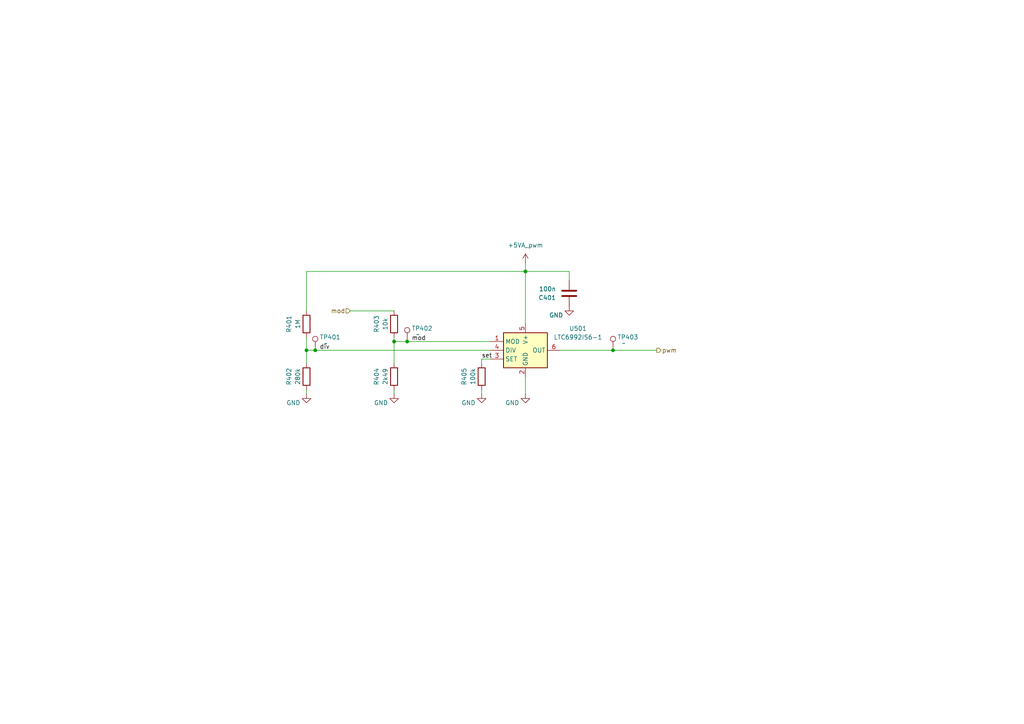
<source format=kicad_sch>
(kicad_sch
	(version 20231120)
	(generator "eeschema")
	(generator_version "8.0")
	(uuid "7504d11a-43f1-4fca-b782-83f6c19b7e31")
	(paper "A4")
	(title_block
		(title "Power Supply Sink")
		(date "2025-02-21")
		(rev "1.1.1")
		(company "Open Battery Tester")
		(comment 1 "Pulse Width Modulation")
	)
	(lib_symbols
		(symbol "enclosure:+5VA_pwm"
			(power)
			(pin_numbers hide)
			(pin_names
				(offset 0) hide)
			(exclude_from_sim no)
			(in_bom yes)
			(on_board yes)
			(property "Reference" "#PWR"
				(at 0 -3.81 0)
				(effects
					(font
						(size 1.27 1.27)
					)
					(hide yes)
				)
			)
			(property "Value" "+5VA_pwm"
				(at 0 3.556 0)
				(effects
					(font
						(size 1.27 1.27)
					)
				)
			)
			(property "Footprint" ""
				(at 0 0 0)
				(effects
					(font
						(size 1.27 1.27)
					)
					(hide yes)
				)
			)
			(property "Datasheet" ""
				(at 0 0 0)
				(effects
					(font
						(size 1.27 1.27)
					)
					(hide yes)
				)
			)
			(property "Description" "Power symbol creates a global label with name \"+5VA\""
				(at 0 0 0)
				(effects
					(font
						(size 1.27 1.27)
					)
					(hide yes)
				)
			)
			(property "ki_keywords" "global power"
				(at 0 0 0)
				(effects
					(font
						(size 1.27 1.27)
					)
					(hide yes)
				)
			)
			(symbol "+5VA_pwm_0_1"
				(polyline
					(pts
						(xy -0.762 1.27) (xy 0 2.54)
					)
					(stroke
						(width 0)
						(type default)
					)
					(fill
						(type none)
					)
				)
				(polyline
					(pts
						(xy 0 0) (xy 0 2.54)
					)
					(stroke
						(width 0)
						(type default)
					)
					(fill
						(type none)
					)
				)
				(polyline
					(pts
						(xy 0 2.54) (xy 0.762 1.27)
					)
					(stroke
						(width 0)
						(type default)
					)
					(fill
						(type none)
					)
				)
			)
			(symbol "+5VA_pwm_1_1"
				(pin power_in line
					(at 0 0 90)
					(length 0)
					(name "~"
						(effects
							(font
								(size 1.27 1.27)
							)
						)
					)
					(number "1"
						(effects
							(font
								(size 1.27 1.27)
							)
						)
					)
				)
			)
		)
		(symbol "enclosure:C"
			(pin_numbers hide)
			(pin_names
				(offset 0.254)
			)
			(exclude_from_sim no)
			(in_bom yes)
			(on_board yes)
			(property "Reference" "C"
				(at 0.635 2.54 0)
				(effects
					(font
						(size 1.27 1.27)
					)
					(justify left)
				)
			)
			(property "Value" "C"
				(at 0.635 -2.54 0)
				(effects
					(font
						(size 1.27 1.27)
					)
					(justify left)
				)
			)
			(property "Footprint" ""
				(at 0.9652 -3.81 0)
				(effects
					(font
						(size 1.27 1.27)
					)
					(hide yes)
				)
			)
			(property "Datasheet" "~"
				(at 0 0 0)
				(effects
					(font
						(size 1.27 1.27)
					)
					(hide yes)
				)
			)
			(property "Description" "Unpolarized capacitor"
				(at 0 0 0)
				(effects
					(font
						(size 1.27 1.27)
					)
					(hide yes)
				)
			)
			(property "ki_keywords" "cap capacitor"
				(at 0 0 0)
				(effects
					(font
						(size 1.27 1.27)
					)
					(hide yes)
				)
			)
			(property "ki_fp_filters" "C_*"
				(at 0 0 0)
				(effects
					(font
						(size 1.27 1.27)
					)
					(hide yes)
				)
			)
			(symbol "C_0_1"
				(polyline
					(pts
						(xy -2.032 -0.762) (xy 2.032 -0.762)
					)
					(stroke
						(width 0.508)
						(type default)
					)
					(fill
						(type none)
					)
				)
				(polyline
					(pts
						(xy -2.032 0.762) (xy 2.032 0.762)
					)
					(stroke
						(width 0.508)
						(type default)
					)
					(fill
						(type none)
					)
				)
			)
			(symbol "C_1_1"
				(pin passive line
					(at 0 3.81 270)
					(length 2.794)
					(name "~"
						(effects
							(font
								(size 1.27 1.27)
							)
						)
					)
					(number "1"
						(effects
							(font
								(size 1.27 1.27)
							)
						)
					)
				)
				(pin passive line
					(at 0 -3.81 90)
					(length 2.794)
					(name "~"
						(effects
							(font
								(size 1.27 1.27)
							)
						)
					)
					(number "2"
						(effects
							(font
								(size 1.27 1.27)
							)
						)
					)
				)
			)
		)
		(symbol "enclosure:GND"
			(power)
			(pin_numbers hide)
			(pin_names
				(offset 0) hide)
			(exclude_from_sim no)
			(in_bom yes)
			(on_board yes)
			(property "Reference" "#PWR"
				(at 0 -6.35 0)
				(effects
					(font
						(size 1.27 1.27)
					)
					(hide yes)
				)
			)
			(property "Value" "GND"
				(at 0 -3.81 0)
				(effects
					(font
						(size 1.27 1.27)
					)
				)
			)
			(property "Footprint" ""
				(at 0 0 0)
				(effects
					(font
						(size 1.27 1.27)
					)
					(hide yes)
				)
			)
			(property "Datasheet" ""
				(at 0 0 0)
				(effects
					(font
						(size 1.27 1.27)
					)
					(hide yes)
				)
			)
			(property "Description" "Power symbol creates a global label with name \"GND\" , ground"
				(at 0 0 0)
				(effects
					(font
						(size 1.27 1.27)
					)
					(hide yes)
				)
			)
			(property "ki_keywords" "global power"
				(at 0 0 0)
				(effects
					(font
						(size 1.27 1.27)
					)
					(hide yes)
				)
			)
			(symbol "GND_0_1"
				(polyline
					(pts
						(xy 0 0) (xy 0 -1.27) (xy 1.27 -1.27) (xy 0 -2.54) (xy -1.27 -1.27) (xy 0 -1.27)
					)
					(stroke
						(width 0)
						(type default)
					)
					(fill
						(type none)
					)
				)
			)
			(symbol "GND_1_1"
				(pin power_in line
					(at 0 0 270)
					(length 0)
					(name "~"
						(effects
							(font
								(size 1.27 1.27)
							)
						)
					)
					(number "1"
						(effects
							(font
								(size 1.27 1.27)
							)
						)
					)
				)
			)
		)
		(symbol "enclosure:LTC6992IS6-1"
			(exclude_from_sim no)
			(in_bom yes)
			(on_board yes)
			(property "Reference" "U"
				(at -5.08 6.35 0)
				(effects
					(font
						(size 1.27 1.27)
					)
				)
			)
			(property "Value" "LTC6992IS6-1"
				(at 7.62 6.35 0)
				(effects
					(font
						(size 1.27 1.27)
					)
				)
			)
			(property "Footprint" "Package_TO_SOT_SMD:TSOT-23-6"
				(at 0 -10.16 0)
				(effects
					(font
						(size 1.27 1.27)
					)
					(hide yes)
				)
			)
			(property "Datasheet" "https://www.analog.com/media/en/technical-documentation/data-sheets/LTC6992-1-6992-2-6992-3-6992-4.pdf"
				(at 1.27 -11.43 0)
				(effects
					(font
						(size 1.27 1.27)
					)
					(hide yes)
				)
			)
			(property "Description" "TimerBlox Voltage-Controlled Pulse Width Modulator (PWM),  0% to 100%, TSOT-23-6"
				(at 0 -13.97 0)
				(effects
					(font
						(size 1.27 1.27)
					)
					(hide yes)
				)
			)
			(property "ki_keywords" "Timer TimerBlox voltage-controlled pwm pulse width modulator"
				(at 0 0 0)
				(effects
					(font
						(size 1.27 1.27)
					)
					(hide yes)
				)
			)
			(property "ki_fp_filters" "TSOT*23*"
				(at 0 0 0)
				(effects
					(font
						(size 1.27 1.27)
					)
					(hide yes)
				)
			)
			(symbol "LTC6992IS6-1_0_1"
				(rectangle
					(start -6.35 5.08)
					(end 6.35 -5.08)
					(stroke
						(width 0.254)
						(type default)
					)
					(fill
						(type background)
					)
				)
			)
			(symbol "LTC6992IS6-1_1_1"
				(pin input line
					(at -10.16 2.54 0)
					(length 3.81)
					(name "MOD"
						(effects
							(font
								(size 1.27 1.27)
							)
						)
					)
					(number "1"
						(effects
							(font
								(size 1.27 1.27)
							)
						)
					)
				)
				(pin power_in line
					(at 0 -7.62 90)
					(length 2.54)
					(name "GND"
						(effects
							(font
								(size 1.27 1.27)
							)
						)
					)
					(number "2"
						(effects
							(font
								(size 1.27 1.27)
							)
						)
					)
				)
				(pin output line
					(at -10.16 -2.54 0)
					(length 3.81)
					(name "SET"
						(effects
							(font
								(size 1.27 1.27)
							)
						)
					)
					(number "3"
						(effects
							(font
								(size 1.27 1.27)
							)
						)
					)
				)
				(pin input line
					(at -10.16 0 0)
					(length 3.81)
					(name "DIV"
						(effects
							(font
								(size 1.27 1.27)
							)
						)
					)
					(number "4"
						(effects
							(font
								(size 1.27 1.27)
							)
						)
					)
				)
				(pin power_in line
					(at 0 7.62 270)
					(length 2.54)
					(name "V+"
						(effects
							(font
								(size 1.27 1.27)
							)
						)
					)
					(number "5"
						(effects
							(font
								(size 1.27 1.27)
							)
						)
					)
				)
				(pin output line
					(at 10.16 0 180)
					(length 3.81)
					(name "OUT"
						(effects
							(font
								(size 1.27 1.27)
							)
						)
					)
					(number "6"
						(effects
							(font
								(size 1.27 1.27)
							)
						)
					)
				)
			)
		)
		(symbol "enclosure:R"
			(pin_numbers hide)
			(pin_names
				(offset 0)
			)
			(exclude_from_sim no)
			(in_bom yes)
			(on_board yes)
			(property "Reference" "R"
				(at 2.032 0 90)
				(effects
					(font
						(size 1.27 1.27)
					)
				)
			)
			(property "Value" "R"
				(at 0 0 90)
				(effects
					(font
						(size 1.27 1.27)
					)
				)
			)
			(property "Footprint" ""
				(at -1.778 0 90)
				(effects
					(font
						(size 1.27 1.27)
					)
					(hide yes)
				)
			)
			(property "Datasheet" "~"
				(at 0 0 0)
				(effects
					(font
						(size 1.27 1.27)
					)
					(hide yes)
				)
			)
			(property "Description" "Resistor"
				(at 0 0 0)
				(effects
					(font
						(size 1.27 1.27)
					)
					(hide yes)
				)
			)
			(property "ki_keywords" "R res resistor"
				(at 0 0 0)
				(effects
					(font
						(size 1.27 1.27)
					)
					(hide yes)
				)
			)
			(property "ki_fp_filters" "R_*"
				(at 0 0 0)
				(effects
					(font
						(size 1.27 1.27)
					)
					(hide yes)
				)
			)
			(symbol "R_0_1"
				(rectangle
					(start -1.016 -2.54)
					(end 1.016 2.54)
					(stroke
						(width 0.254)
						(type default)
					)
					(fill
						(type none)
					)
				)
			)
			(symbol "R_1_1"
				(pin passive line
					(at 0 3.81 270)
					(length 1.27)
					(name "~"
						(effects
							(font
								(size 1.27 1.27)
							)
						)
					)
					(number "1"
						(effects
							(font
								(size 1.27 1.27)
							)
						)
					)
				)
				(pin passive line
					(at 0 -3.81 90)
					(length 1.27)
					(name "~"
						(effects
							(font
								(size 1.27 1.27)
							)
						)
					)
					(number "2"
						(effects
							(font
								(size 1.27 1.27)
							)
						)
					)
				)
			)
		)
		(symbol "enclosure:TestPoint"
			(pin_numbers hide)
			(pin_names
				(offset 0.762) hide)
			(exclude_from_sim no)
			(in_bom yes)
			(on_board yes)
			(property "Reference" "TP"
				(at 0 6.858 0)
				(effects
					(font
						(size 1.27 1.27)
					)
				)
			)
			(property "Value" "TestPoint"
				(at 0 5.08 0)
				(effects
					(font
						(size 1.27 1.27)
					)
				)
			)
			(property "Footprint" ""
				(at 5.08 0 0)
				(effects
					(font
						(size 1.27 1.27)
					)
					(hide yes)
				)
			)
			(property "Datasheet" "~"
				(at 5.08 0 0)
				(effects
					(font
						(size 1.27 1.27)
					)
					(hide yes)
				)
			)
			(property "Description" "test point"
				(at 0 0 0)
				(effects
					(font
						(size 1.27 1.27)
					)
					(hide yes)
				)
			)
			(property "ki_keywords" "test point tp"
				(at 0 0 0)
				(effects
					(font
						(size 1.27 1.27)
					)
					(hide yes)
				)
			)
			(property "ki_fp_filters" "Pin* Test*"
				(at 0 0 0)
				(effects
					(font
						(size 1.27 1.27)
					)
					(hide yes)
				)
			)
			(symbol "TestPoint_0_1"
				(circle
					(center 0 3.302)
					(radius 0.762)
					(stroke
						(width 0)
						(type default)
					)
					(fill
						(type none)
					)
				)
			)
			(symbol "TestPoint_1_1"
				(pin passive line
					(at 0 0 90)
					(length 2.54)
					(name "1"
						(effects
							(font
								(size 1.27 1.27)
							)
						)
					)
					(number "1"
						(effects
							(font
								(size 1.27 1.27)
							)
						)
					)
				)
			)
		)
	)
	(junction
		(at 118.11 99.06)
		(diameter 0)
		(color 0 0 0 0)
		(uuid "03a85ace-8b0d-4e2c-ac36-b32f073c49c7")
	)
	(junction
		(at 88.9 101.6)
		(diameter 0)
		(color 0 0 0 0)
		(uuid "8730f855-2c93-463d-8112-3f02a1e83d74")
	)
	(junction
		(at 152.4 78.74)
		(diameter 0)
		(color 0 0 0 0)
		(uuid "9c3cbb52-1e8d-400a-9b13-1f9fdf625c3d")
	)
	(junction
		(at 114.3 99.06)
		(diameter 0)
		(color 0 0 0 0)
		(uuid "c15c03ad-d3f9-4e03-b1f0-023796780348")
	)
	(junction
		(at 177.8 101.6)
		(diameter 0)
		(color 0 0 0 0)
		(uuid "c46886da-6c5f-4ac2-8b77-4df1daae772c")
	)
	(junction
		(at 91.44 101.6)
		(diameter 0)
		(color 0 0 0 0)
		(uuid "fe537f3b-387b-4a21-bf58-b77810367a0b")
	)
	(wire
		(pts
			(xy 88.9 101.6) (xy 91.44 101.6)
		)
		(stroke
			(width 0)
			(type default)
		)
		(uuid "1f35c027-52dd-4f07-a6f1-2ad31e9175f4")
	)
	(wire
		(pts
			(xy 88.9 101.6) (xy 88.9 97.79)
		)
		(stroke
			(width 0)
			(type default)
		)
		(uuid "2614c6ad-ba22-40c9-945d-96041ac5f72a")
	)
	(wire
		(pts
			(xy 118.11 99.06) (xy 142.24 99.06)
		)
		(stroke
			(width 0)
			(type default)
		)
		(uuid "37cddb19-d165-47f0-ab10-9d1049f5ef6f")
	)
	(wire
		(pts
			(xy 88.9 114.3) (xy 88.9 113.03)
		)
		(stroke
			(width 0)
			(type default)
		)
		(uuid "40fdeed3-1016-4304-a8f6-365bcb04f32a")
	)
	(wire
		(pts
			(xy 114.3 105.41) (xy 114.3 99.06)
		)
		(stroke
			(width 0)
			(type default)
		)
		(uuid "4d385b9e-a738-4426-b5c4-cc104887a60f")
	)
	(wire
		(pts
			(xy 139.7 113.03) (xy 139.7 114.3)
		)
		(stroke
			(width 0)
			(type default)
		)
		(uuid "5451fc74-0358-413c-94e3-433b70aa6596")
	)
	(wire
		(pts
			(xy 114.3 99.06) (xy 114.3 97.79)
		)
		(stroke
			(width 0)
			(type default)
		)
		(uuid "56ea80ce-ac9e-4384-b3b7-51f804b28cdc")
	)
	(wire
		(pts
			(xy 177.8 101.6) (xy 190.5 101.6)
		)
		(stroke
			(width 0)
			(type default)
		)
		(uuid "575f3034-d741-41ab-8402-c2e35f63c36f")
	)
	(wire
		(pts
			(xy 114.3 99.06) (xy 118.11 99.06)
		)
		(stroke
			(width 0)
			(type default)
		)
		(uuid "71808b32-dfbe-4e91-887b-21f65ed3411f")
	)
	(wire
		(pts
			(xy 91.44 101.6) (xy 142.24 101.6)
		)
		(stroke
			(width 0)
			(type default)
		)
		(uuid "78883077-23aa-4982-b222-2619d64c95e6")
	)
	(wire
		(pts
			(xy 162.56 101.6) (xy 177.8 101.6)
		)
		(stroke
			(width 0)
			(type default)
		)
		(uuid "81c0d0d5-a2b3-4cc7-bbcb-ee2fa36d9aae")
	)
	(wire
		(pts
			(xy 152.4 78.74) (xy 165.1 78.74)
		)
		(stroke
			(width 0)
			(type default)
		)
		(uuid "87a87deb-cd11-4f3e-ac6f-078ddcb6de6b")
	)
	(wire
		(pts
			(xy 88.9 105.41) (xy 88.9 101.6)
		)
		(stroke
			(width 0)
			(type default)
		)
		(uuid "8cfe8244-2c2a-43c0-9e37-4d5a09a1e48b")
	)
	(wire
		(pts
			(xy 142.24 104.14) (xy 139.7 104.14)
		)
		(stroke
			(width 0)
			(type default)
		)
		(uuid "9438be33-246a-4781-9f63-0a0f10942d53")
	)
	(wire
		(pts
			(xy 139.7 104.14) (xy 139.7 105.41)
		)
		(stroke
			(width 0)
			(type default)
		)
		(uuid "986dd7bc-1235-4b9e-9a59-ed33adcdfba9")
	)
	(wire
		(pts
			(xy 152.4 76.2) (xy 152.4 78.74)
		)
		(stroke
			(width 0)
			(type default)
		)
		(uuid "993bd79d-f4a6-4b15-8e26-d262294f0298")
	)
	(wire
		(pts
			(xy 88.9 90.17) (xy 88.9 78.74)
		)
		(stroke
			(width 0)
			(type default)
		)
		(uuid "a097603d-4b87-4ac4-9a3b-ec033307d6c6")
	)
	(wire
		(pts
			(xy 88.9 78.74) (xy 152.4 78.74)
		)
		(stroke
			(width 0)
			(type default)
		)
		(uuid "bbfdc2ac-a87d-4215-94ed-65a7fa70d8f9")
	)
	(wire
		(pts
			(xy 152.4 114.3) (xy 152.4 109.22)
		)
		(stroke
			(width 0)
			(type default)
		)
		(uuid "ca4ed7ca-a420-4c58-b31a-40120bcce3b7")
	)
	(wire
		(pts
			(xy 101.6 90.17) (xy 114.3 90.17)
		)
		(stroke
			(width 0)
			(type default)
		)
		(uuid "d6f72c36-2460-4d1c-b6fb-9d63391c8221")
	)
	(wire
		(pts
			(xy 152.4 78.74) (xy 152.4 93.98)
		)
		(stroke
			(width 0)
			(type default)
		)
		(uuid "e3e82e6b-a16e-4f15-a450-a88564cb9260")
	)
	(wire
		(pts
			(xy 165.1 78.74) (xy 165.1 81.28)
		)
		(stroke
			(width 0)
			(type default)
		)
		(uuid "e4f3e3cc-73d3-42a3-9244-1ce022858ad3")
	)
	(wire
		(pts
			(xy 114.3 114.3) (xy 114.3 113.03)
		)
		(stroke
			(width 0)
			(type default)
		)
		(uuid "fbd250b8-ea88-4ba7-9305-591e24f96261")
	)
	(label "mod"
		(at 119.38 99.06 0)
		(fields_autoplaced yes)
		(effects
			(font
				(size 1.27 1.27)
			)
			(justify left bottom)
		)
		(uuid "017f8f11-db4e-4210-bfd3-8f55087317ab")
	)
	(label "set"
		(at 139.7 104.14 0)
		(fields_autoplaced yes)
		(effects
			(font
				(size 1.27 1.27)
			)
			(justify left bottom)
		)
		(uuid "2e71b01c-c231-4372-9204-0ba07553c907")
	)
	(label "div"
		(at 92.71 101.6 0)
		(fields_autoplaced yes)
		(effects
			(font
				(size 1.27 1.27)
			)
			(justify left bottom)
		)
		(uuid "3d8da0f4-a8eb-45d0-8cae-3ebff44d4407")
	)
	(hierarchical_label "pwm"
		(shape output)
		(at 190.5 101.6 0)
		(fields_autoplaced yes)
		(effects
			(font
				(size 1.27 1.27)
			)
			(justify left)
		)
		(uuid "36a8e66e-dc0a-41a2-ac6a-6d57f63b401c")
	)
	(hierarchical_label "mod"
		(shape input)
		(at 101.6 90.17 180)
		(fields_autoplaced yes)
		(effects
			(font
				(size 1.27 1.27)
			)
			(justify right)
		)
		(uuid "f26e5bc8-df17-41d3-90ac-4029f15107b0")
	)
	(symbol
		(lib_id "enclosure:TestPoint")
		(at 91.44 101.6 0)
		(unit 1)
		(exclude_from_sim no)
		(in_bom yes)
		(on_board yes)
		(dnp no)
		(uuid "119e3784-ef52-4cff-a0d1-f31605b845ff")
		(property "Reference" "TP401"
			(at 92.71 97.79 0)
			(effects
				(font
					(size 1.27 1.27)
				)
				(justify left)
			)
		)
		(property "Value" "~"
			(at 93.98 99.5679 0)
			(effects
				(font
					(size 1.27 1.27)
				)
				(justify left)
			)
		)
		(property "Footprint" "enclosure:TP_0805_2012Metric"
			(at 96.52 101.6 0)
			(effects
				(font
					(size 1.27 1.27)
				)
				(hide yes)
			)
		)
		(property "Datasheet" "./datasheet/RCTCTE.pdf"
			(at 96.52 101.6 0)
			(effects
				(font
					(size 1.27 1.27)
				)
				(hide yes)
			)
		)
		(property "Description" "test point"
			(at 91.44 101.6 0)
			(effects
				(font
					(size 1.27 1.27)
				)
				(hide yes)
			)
		)
		(property "MPN" "RCTCTE"
			(at 91.44 101.6 0)
			(effects
				(font
					(size 1.27 1.27)
				)
				(hide yes)
			)
		)
		(property "VPN" "660-RCTCTE"
			(at 91.44 101.6 0)
			(effects
				(font
					(size 1.27 1.27)
				)
				(hide yes)
			)
		)
		(pin "1"
			(uuid "c1179a29-fa1e-4553-ac40-0dc19c10a46f")
		)
		(instances
			(project "enclosure"
				(path "/8ec0899b-9d7b-491d-933a-49b74b34a0df/fd10d231-4260-411b-ac65-895371e388ba"
					(reference "TP401")
					(unit 1)
				)
				(path "/8ec0899b-9d7b-491d-933a-49b74b34a0df/f9849806-7b26-4d25-a3bb-4f97a5448d50"
					(reference "TP501")
					(unit 1)
				)
				(path "/8ec0899b-9d7b-491d-933a-49b74b34a0df/fec45efc-de93-478d-bc94-414f76df2e3e"
					(reference "TP601")
					(unit 1)
				)
			)
		)
	)
	(symbol
		(lib_id "enclosure:R")
		(at 114.3 109.22 180)
		(unit 1)
		(exclude_from_sim no)
		(in_bom yes)
		(on_board yes)
		(dnp no)
		(uuid "132362a4-a078-44fd-9523-d38d92f7b6d0")
		(property "Reference" "R404"
			(at 109.22 109.22 90)
			(effects
				(font
					(size 1.27 1.27)
				)
			)
		)
		(property "Value" "2k49"
			(at 111.76 109.22 90)
			(effects
				(font
					(size 1.27 1.27)
				)
			)
		)
		(property "Footprint" "enclosure:R_1210_3225Metric_Pad1.30x2.65mm_HandSolder"
			(at 116.078 109.22 90)
			(effects
				(font
					(size 1.27 1.27)
				)
				(hide yes)
			)
		)
		(property "Datasheet" "./datasheet/R_SMD_Yageo.pdf"
			(at 114.3 109.22 0)
			(effects
				(font
					(size 1.27 1.27)
				)
				(hide yes)
			)
		)
		(property "Description" "Resistor"
			(at 114.3 109.22 0)
			(effects
				(font
					(size 1.27 1.27)
				)
				(hide yes)
			)
		)
		(property "MPN" "RC1210FR-072K49L"
			(at 114.3 109.22 0)
			(effects
				(font
					(size 1.27 1.27)
				)
				(hide yes)
			)
		)
		(property "VPN" "603-RC1210FR-072K49L"
			(at 114.3 109.22 0)
			(effects
				(font
					(size 1.27 1.27)
				)
				(hide yes)
			)
		)
		(pin "1"
			(uuid "bba63040-2ed4-409c-a4fd-b600f1e197e2")
		)
		(pin "2"
			(uuid "1b7de75c-cb6b-4a93-abb9-3a4e0cfcf88d")
		)
		(instances
			(project "enclosure"
				(path "/8ec0899b-9d7b-491d-933a-49b74b34a0df/fd10d231-4260-411b-ac65-895371e388ba"
					(reference "R404")
					(unit 1)
				)
				(path "/8ec0899b-9d7b-491d-933a-49b74b34a0df/f9849806-7b26-4d25-a3bb-4f97a5448d50"
					(reference "R504")
					(unit 1)
				)
				(path "/8ec0899b-9d7b-491d-933a-49b74b34a0df/fec45efc-de93-478d-bc94-414f76df2e3e"
					(reference "R604")
					(unit 1)
				)
			)
		)
	)
	(symbol
		(lib_id "enclosure:GND")
		(at 139.7 114.3 0)
		(unit 1)
		(exclude_from_sim no)
		(in_bom yes)
		(on_board yes)
		(dnp no)
		(uuid "14fc714f-0e0e-4d6b-8a1b-591fda8d7f41")
		(property "Reference" "#PWR0403"
			(at 139.7 120.65 0)
			(effects
				(font
					(size 1.27 1.27)
				)
				(hide yes)
			)
		)
		(property "Value" "GND"
			(at 135.89 116.84 0)
			(effects
				(font
					(size 1.27 1.27)
				)
			)
		)
		(property "Footprint" ""
			(at 139.7 114.3 0)
			(effects
				(font
					(size 1.27 1.27)
				)
				(hide yes)
			)
		)
		(property "Datasheet" ""
			(at 139.7 114.3 0)
			(effects
				(font
					(size 1.27 1.27)
				)
				(hide yes)
			)
		)
		(property "Description" "Power symbol creates a global label with name \"GND\" , ground"
			(at 139.7 114.3 0)
			(effects
				(font
					(size 1.27 1.27)
				)
				(hide yes)
			)
		)
		(pin "1"
			(uuid "5bee902c-5a61-45ac-8117-f00c9c10e50d")
		)
		(instances
			(project "enclosure"
				(path "/8ec0899b-9d7b-491d-933a-49b74b34a0df/fd10d231-4260-411b-ac65-895371e388ba"
					(reference "#PWR0403")
					(unit 1)
				)
				(path "/8ec0899b-9d7b-491d-933a-49b74b34a0df/f9849806-7b26-4d25-a3bb-4f97a5448d50"
					(reference "#PWR0503")
					(unit 1)
				)
				(path "/8ec0899b-9d7b-491d-933a-49b74b34a0df/fec45efc-de93-478d-bc94-414f76df2e3e"
					(reference "#PWR0603")
					(unit 1)
				)
			)
		)
	)
	(symbol
		(lib_id "enclosure:R")
		(at 88.9 109.22 180)
		(unit 1)
		(exclude_from_sim no)
		(in_bom yes)
		(on_board yes)
		(dnp no)
		(uuid "19f655a4-370c-41ba-a6bd-5d57b3302da6")
		(property "Reference" "R402"
			(at 83.82 109.22 90)
			(effects
				(font
					(size 1.27 1.27)
				)
			)
		)
		(property "Value" "280k"
			(at 86.36 109.22 90)
			(effects
				(font
					(size 1.27 1.27)
				)
			)
		)
		(property "Footprint" "enclosure:R_1210_3225Metric_Pad1.30x2.65mm_HandSolder"
			(at 90.678 109.22 90)
			(effects
				(font
					(size 1.27 1.27)
				)
				(hide yes)
			)
		)
		(property "Datasheet" "./datasheet/R_SMD_Yageo.pdf"
			(at 88.9 109.22 0)
			(effects
				(font
					(size 1.27 1.27)
				)
				(hide yes)
			)
		)
		(property "Description" "Resistor"
			(at 88.9 109.22 0)
			(effects
				(font
					(size 1.27 1.27)
				)
				(hide yes)
			)
		)
		(property "MPN" "RC1210FR-07280KL"
			(at 88.9 109.22 0)
			(effects
				(font
					(size 1.27 1.27)
				)
				(hide yes)
			)
		)
		(property "VPN" "603-RC1210FR-07280KL"
			(at 88.9 109.22 0)
			(effects
				(font
					(size 1.27 1.27)
				)
				(hide yes)
			)
		)
		(pin "1"
			(uuid "6e71c578-edb6-48cb-b1f2-12fca85bc376")
		)
		(pin "2"
			(uuid "4b2f1559-515f-49c3-9c07-575598fc01db")
		)
		(instances
			(project "enclosure"
				(path "/8ec0899b-9d7b-491d-933a-49b74b34a0df/fd10d231-4260-411b-ac65-895371e388ba"
					(reference "R402")
					(unit 1)
				)
				(path "/8ec0899b-9d7b-491d-933a-49b74b34a0df/f9849806-7b26-4d25-a3bb-4f97a5448d50"
					(reference "R502")
					(unit 1)
				)
				(path "/8ec0899b-9d7b-491d-933a-49b74b34a0df/fec45efc-de93-478d-bc94-414f76df2e3e"
					(reference "R602")
					(unit 1)
				)
			)
		)
	)
	(symbol
		(lib_id "enclosure:GND")
		(at 152.4 114.3 0)
		(unit 1)
		(exclude_from_sim no)
		(in_bom yes)
		(on_board yes)
		(dnp no)
		(uuid "25234c75-7f98-4d2d-9562-d44c0eccb84a")
		(property "Reference" "#PWR0405"
			(at 152.4 120.65 0)
			(effects
				(font
					(size 1.27 1.27)
				)
				(hide yes)
			)
		)
		(property "Value" "GND"
			(at 148.59 116.84 0)
			(effects
				(font
					(size 1.27 1.27)
				)
			)
		)
		(property "Footprint" ""
			(at 152.4 114.3 0)
			(effects
				(font
					(size 1.27 1.27)
				)
				(hide yes)
			)
		)
		(property "Datasheet" ""
			(at 152.4 114.3 0)
			(effects
				(font
					(size 1.27 1.27)
				)
				(hide yes)
			)
		)
		(property "Description" "Power symbol creates a global label with name \"GND\" , ground"
			(at 152.4 114.3 0)
			(effects
				(font
					(size 1.27 1.27)
				)
				(hide yes)
			)
		)
		(pin "1"
			(uuid "4a18e468-2c82-4be6-ad4c-c283c4595293")
		)
		(instances
			(project "enclosure"
				(path "/8ec0899b-9d7b-491d-933a-49b74b34a0df/fd10d231-4260-411b-ac65-895371e388ba"
					(reference "#PWR0405")
					(unit 1)
				)
				(path "/8ec0899b-9d7b-491d-933a-49b74b34a0df/f9849806-7b26-4d25-a3bb-4f97a5448d50"
					(reference "#PWR0505")
					(unit 1)
				)
				(path "/8ec0899b-9d7b-491d-933a-49b74b34a0df/fec45efc-de93-478d-bc94-414f76df2e3e"
					(reference "#PWR0605")
					(unit 1)
				)
			)
		)
	)
	(symbol
		(lib_id "enclosure:R")
		(at 88.9 93.98 180)
		(unit 1)
		(exclude_from_sim no)
		(in_bom yes)
		(on_board yes)
		(dnp no)
		(uuid "41a1f427-a5d8-45a9-8670-cf9b1a586c67")
		(property "Reference" "R401"
			(at 83.82 93.98 90)
			(effects
				(font
					(size 1.27 1.27)
				)
			)
		)
		(property "Value" "1M"
			(at 86.36 93.98 90)
			(effects
				(font
					(size 1.27 1.27)
				)
			)
		)
		(property "Footprint" "enclosure:R_1210_3225Metric_Pad1.30x2.65mm_HandSolder"
			(at 90.678 93.98 90)
			(effects
				(font
					(size 1.27 1.27)
				)
				(hide yes)
			)
		)
		(property "Datasheet" "./datasheet/R_SMD_Yageo.pdf"
			(at 88.9 93.98 0)
			(effects
				(font
					(size 1.27 1.27)
				)
				(hide yes)
			)
		)
		(property "Description" "Resistor"
			(at 88.9 93.98 0)
			(effects
				(font
					(size 1.27 1.27)
				)
				(hide yes)
			)
		)
		(property "MPN" "RC1210FR-071ML"
			(at 88.9 93.98 0)
			(effects
				(font
					(size 1.27 1.27)
				)
				(hide yes)
			)
		)
		(property "VPN" "603-RC1210FR-071ML"
			(at 88.9 93.98 0)
			(effects
				(font
					(size 1.27 1.27)
				)
				(hide yes)
			)
		)
		(pin "1"
			(uuid "91ac361a-bbc8-4056-b84e-9dd467f2fd85")
		)
		(pin "2"
			(uuid "a62dd5f8-5fe5-471f-ab69-beac4c601ac1")
		)
		(instances
			(project "enclosure"
				(path "/8ec0899b-9d7b-491d-933a-49b74b34a0df/fd10d231-4260-411b-ac65-895371e388ba"
					(reference "R401")
					(unit 1)
				)
				(path "/8ec0899b-9d7b-491d-933a-49b74b34a0df/f9849806-7b26-4d25-a3bb-4f97a5448d50"
					(reference "R501")
					(unit 1)
				)
				(path "/8ec0899b-9d7b-491d-933a-49b74b34a0df/fec45efc-de93-478d-bc94-414f76df2e3e"
					(reference "R601")
					(unit 1)
				)
			)
		)
	)
	(symbol
		(lib_id "enclosure:C")
		(at 165.1 85.09 180)
		(unit 1)
		(exclude_from_sim no)
		(in_bom yes)
		(on_board yes)
		(dnp no)
		(uuid "45b95d3c-16eb-4159-adef-3cba6502b0fc")
		(property "Reference" "C401"
			(at 161.29 86.3601 0)
			(effects
				(font
					(size 1.27 1.27)
				)
				(justify left)
			)
		)
		(property "Value" "100n"
			(at 161.29 83.8201 0)
			(effects
				(font
					(size 1.27 1.27)
				)
				(justify left)
			)
		)
		(property "Footprint" "enclosure:C_0805_2012Metric_Pad1.18x1.45mm_HandSolder"
			(at 164.1348 81.28 0)
			(effects
				(font
					(size 1.27 1.27)
				)
				(hide yes)
			)
		)
		(property "Datasheet" "./datasheet/C_SMD_X7R_Kemet.pdf"
			(at 165.1 85.09 0)
			(effects
				(font
					(size 1.27 1.27)
				)
				(hide yes)
			)
		)
		(property "Description" "Unpolarized capacitor"
			(at 165.1 85.09 0)
			(effects
				(font
					(size 1.27 1.27)
				)
				(hide yes)
			)
		)
		(property "MPN" "C0805C104K3RACTU"
			(at 165.1 85.09 0)
			(effects
				(font
					(size 1.27 1.27)
				)
				(hide yes)
			)
		)
		(property "VPN" "80-C0805C104K3R"
			(at 165.1 85.09 0)
			(effects
				(font
					(size 1.27 1.27)
				)
				(hide yes)
			)
		)
		(pin "1"
			(uuid "debbcb8d-980a-45f2-ad28-76faf55af8b8")
		)
		(pin "2"
			(uuid "4aa7ecf0-af54-43e7-8bec-67cb9127d535")
		)
		(instances
			(project "enclosure"
				(path "/8ec0899b-9d7b-491d-933a-49b74b34a0df/fd10d231-4260-411b-ac65-895371e388ba"
					(reference "C401")
					(unit 1)
				)
				(path "/8ec0899b-9d7b-491d-933a-49b74b34a0df/f9849806-7b26-4d25-a3bb-4f97a5448d50"
					(reference "C501")
					(unit 1)
				)
				(path "/8ec0899b-9d7b-491d-933a-49b74b34a0df/fec45efc-de93-478d-bc94-414f76df2e3e"
					(reference "C601")
					(unit 1)
				)
			)
		)
	)
	(symbol
		(lib_id "enclosure:GND")
		(at 165.1 88.9 0)
		(unit 1)
		(exclude_from_sim no)
		(in_bom yes)
		(on_board yes)
		(dnp no)
		(uuid "4dc310ca-7e8a-4f14-a8ba-92af7b118b9d")
		(property "Reference" "#PWR0406"
			(at 165.1 95.25 0)
			(effects
				(font
					(size 1.27 1.27)
				)
				(hide yes)
			)
		)
		(property "Value" "GND"
			(at 161.29 91.44 0)
			(effects
				(font
					(size 1.27 1.27)
				)
			)
		)
		(property "Footprint" ""
			(at 165.1 88.9 0)
			(effects
				(font
					(size 1.27 1.27)
				)
				(hide yes)
			)
		)
		(property "Datasheet" ""
			(at 165.1 88.9 0)
			(effects
				(font
					(size 1.27 1.27)
				)
				(hide yes)
			)
		)
		(property "Description" "Power symbol creates a global label with name \"GND\" , ground"
			(at 165.1 88.9 0)
			(effects
				(font
					(size 1.27 1.27)
				)
				(hide yes)
			)
		)
		(pin "1"
			(uuid "15e7bf1e-0327-4fd8-8363-929a48472e48")
		)
		(instances
			(project "enclosure"
				(path "/8ec0899b-9d7b-491d-933a-49b74b34a0df/fd10d231-4260-411b-ac65-895371e388ba"
					(reference "#PWR0406")
					(unit 1)
				)
				(path "/8ec0899b-9d7b-491d-933a-49b74b34a0df/f9849806-7b26-4d25-a3bb-4f97a5448d50"
					(reference "#PWR0506")
					(unit 1)
				)
				(path "/8ec0899b-9d7b-491d-933a-49b74b34a0df/fec45efc-de93-478d-bc94-414f76df2e3e"
					(reference "#PWR0606")
					(unit 1)
				)
			)
		)
	)
	(symbol
		(lib_id "enclosure:GND")
		(at 114.3 114.3 0)
		(unit 1)
		(exclude_from_sim no)
		(in_bom yes)
		(on_board yes)
		(dnp no)
		(uuid "609df953-3b18-4670-9e9c-980a295e9332")
		(property "Reference" "#PWR0402"
			(at 114.3 120.65 0)
			(effects
				(font
					(size 1.27 1.27)
				)
				(hide yes)
			)
		)
		(property "Value" "GND"
			(at 110.49 116.84 0)
			(effects
				(font
					(size 1.27 1.27)
				)
			)
		)
		(property "Footprint" ""
			(at 114.3 114.3 0)
			(effects
				(font
					(size 1.27 1.27)
				)
				(hide yes)
			)
		)
		(property "Datasheet" ""
			(at 114.3 114.3 0)
			(effects
				(font
					(size 1.27 1.27)
				)
				(hide yes)
			)
		)
		(property "Description" "Power symbol creates a global label with name \"GND\" , ground"
			(at 114.3 114.3 0)
			(effects
				(font
					(size 1.27 1.27)
				)
				(hide yes)
			)
		)
		(pin "1"
			(uuid "d1ece1c1-bd7a-4925-bc55-fddf77139007")
		)
		(instances
			(project "enclosure"
				(path "/8ec0899b-9d7b-491d-933a-49b74b34a0df/fd10d231-4260-411b-ac65-895371e388ba"
					(reference "#PWR0402")
					(unit 1)
				)
				(path "/8ec0899b-9d7b-491d-933a-49b74b34a0df/f9849806-7b26-4d25-a3bb-4f97a5448d50"
					(reference "#PWR0502")
					(unit 1)
				)
				(path "/8ec0899b-9d7b-491d-933a-49b74b34a0df/fec45efc-de93-478d-bc94-414f76df2e3e"
					(reference "#PWR0602")
					(unit 1)
				)
			)
		)
	)
	(symbol
		(lib_id "enclosure:GND")
		(at 88.9 114.3 0)
		(unit 1)
		(exclude_from_sim no)
		(in_bom yes)
		(on_board yes)
		(dnp no)
		(uuid "6aa7f4ad-a556-458b-a881-4e9f9b07a312")
		(property "Reference" "#PWR0401"
			(at 88.9 120.65 0)
			(effects
				(font
					(size 1.27 1.27)
				)
				(hide yes)
			)
		)
		(property "Value" "GND"
			(at 85.09 116.84 0)
			(effects
				(font
					(size 1.27 1.27)
				)
			)
		)
		(property "Footprint" ""
			(at 88.9 114.3 0)
			(effects
				(font
					(size 1.27 1.27)
				)
				(hide yes)
			)
		)
		(property "Datasheet" ""
			(at 88.9 114.3 0)
			(effects
				(font
					(size 1.27 1.27)
				)
				(hide yes)
			)
		)
		(property "Description" "Power symbol creates a global label with name \"GND\" , ground"
			(at 88.9 114.3 0)
			(effects
				(font
					(size 1.27 1.27)
				)
				(hide yes)
			)
		)
		(pin "1"
			(uuid "f1d7b95c-3c4c-4324-b07b-5f409a5739fe")
		)
		(instances
			(project "enclosure"
				(path "/8ec0899b-9d7b-491d-933a-49b74b34a0df/fd10d231-4260-411b-ac65-895371e388ba"
					(reference "#PWR0401")
					(unit 1)
				)
				(path "/8ec0899b-9d7b-491d-933a-49b74b34a0df/f9849806-7b26-4d25-a3bb-4f97a5448d50"
					(reference "#PWR0501")
					(unit 1)
				)
				(path "/8ec0899b-9d7b-491d-933a-49b74b34a0df/fec45efc-de93-478d-bc94-414f76df2e3e"
					(reference "#PWR0601")
					(unit 1)
				)
			)
		)
	)
	(symbol
		(lib_id "enclosure:+5VA_pwm")
		(at 152.4 76.2 0)
		(unit 1)
		(exclude_from_sim no)
		(in_bom yes)
		(on_board yes)
		(dnp no)
		(fields_autoplaced yes)
		(uuid "782eb4ce-25ee-438a-87e0-b3ea97ecd38f")
		(property "Reference" "#PWR0504"
			(at 152.4 80.01 0)
			(effects
				(font
					(size 1.27 1.27)
				)
				(hide yes)
			)
		)
		(property "Value" "+5VA_pwm"
			(at 152.4 71.12 0)
			(effects
				(font
					(size 1.27 1.27)
				)
			)
		)
		(property "Footprint" ""
			(at 152.4 76.2 0)
			(effects
				(font
					(size 1.27 1.27)
				)
				(hide yes)
			)
		)
		(property "Datasheet" ""
			(at 152.4 76.2 0)
			(effects
				(font
					(size 1.27 1.27)
				)
				(hide yes)
			)
		)
		(property "Description" "Power symbol creates a global label with name \"+5VA\""
			(at 152.4 76.2 0)
			(effects
				(font
					(size 1.27 1.27)
				)
				(hide yes)
			)
		)
		(pin "1"
			(uuid "88a599d2-7ad5-4962-8712-c85fb2480e67")
		)
		(instances
			(project "enclosure"
				(path "/8ec0899b-9d7b-491d-933a-49b74b34a0df/f9849806-7b26-4d25-a3bb-4f97a5448d50"
					(reference "#PWR0504")
					(unit 1)
				)
				(path "/8ec0899b-9d7b-491d-933a-49b74b34a0df/fec45efc-de93-478d-bc94-414f76df2e3e"
					(reference "#PWR0604")
					(unit 1)
				)
				(path "/8ec0899b-9d7b-491d-933a-49b74b34a0df/fd10d231-4260-411b-ac65-895371e388ba"
					(reference "#PWR0404")
					(unit 1)
				)
			)
		)
	)
	(symbol
		(lib_id "enclosure:R")
		(at 114.3 93.98 180)
		(unit 1)
		(exclude_from_sim no)
		(in_bom yes)
		(on_board yes)
		(dnp no)
		(uuid "83da91f6-7f59-47c2-ab25-a87f149b1502")
		(property "Reference" "R403"
			(at 109.22 93.98 90)
			(effects
				(font
					(size 1.27 1.27)
				)
			)
		)
		(property "Value" "10k"
			(at 111.76 93.98 90)
			(effects
				(font
					(size 1.27 1.27)
				)
			)
		)
		(property "Footprint" "enclosure:R_1210_3225Metric_Pad1.30x2.65mm_HandSolder"
			(at 116.078 93.98 90)
			(effects
				(font
					(size 1.27 1.27)
				)
				(hide yes)
			)
		)
		(property "Datasheet" "./datasheet/R_SMD_Yageo.pdf"
			(at 114.3 93.98 0)
			(effects
				(font
					(size 1.27 1.27)
				)
				(hide yes)
			)
		)
		(property "Description" "Resistor"
			(at 114.3 93.98 0)
			(effects
				(font
					(size 1.27 1.27)
				)
				(hide yes)
			)
		)
		(property "MPN" "RC1210FR-0710KL"
			(at 114.3 93.98 0)
			(effects
				(font
					(size 1.27 1.27)
				)
				(hide yes)
			)
		)
		(property "VPN" "603-RC1210FR-0710KL"
			(at 114.3 93.98 0)
			(effects
				(font
					(size 1.27 1.27)
				)
				(hide yes)
			)
		)
		(pin "1"
			(uuid "8b08c31b-a9e4-4f98-9882-4951ac6599ff")
		)
		(pin "2"
			(uuid "6b8b8cdb-971d-405e-b4fd-7a563b80a445")
		)
		(instances
			(project "enclosure"
				(path "/8ec0899b-9d7b-491d-933a-49b74b34a0df/fd10d231-4260-411b-ac65-895371e388ba"
					(reference "R403")
					(unit 1)
				)
				(path "/8ec0899b-9d7b-491d-933a-49b74b34a0df/f9849806-7b26-4d25-a3bb-4f97a5448d50"
					(reference "R503")
					(unit 1)
				)
				(path "/8ec0899b-9d7b-491d-933a-49b74b34a0df/fec45efc-de93-478d-bc94-414f76df2e3e"
					(reference "R603")
					(unit 1)
				)
			)
		)
	)
	(symbol
		(lib_id "enclosure:R")
		(at 139.7 109.22 180)
		(unit 1)
		(exclude_from_sim no)
		(in_bom yes)
		(on_board yes)
		(dnp no)
		(uuid "88db5757-5fd3-4753-8bdb-452a70adb58e")
		(property "Reference" "R405"
			(at 134.62 109.22 90)
			(effects
				(font
					(size 1.27 1.27)
				)
			)
		)
		(property "Value" "100k"
			(at 137.16 109.22 90)
			(effects
				(font
					(size 1.27 1.27)
				)
			)
		)
		(property "Footprint" "enclosure:R_1210_3225Metric_Pad1.30x2.65mm_HandSolder"
			(at 141.478 109.22 90)
			(effects
				(font
					(size 1.27 1.27)
				)
				(hide yes)
			)
		)
		(property "Datasheet" "./datasheet/R_SMD_Yageo.pdf"
			(at 139.7 109.22 0)
			(effects
				(font
					(size 1.27 1.27)
				)
				(hide yes)
			)
		)
		(property "Description" "Resistor"
			(at 139.7 109.22 0)
			(effects
				(font
					(size 1.27 1.27)
				)
				(hide yes)
			)
		)
		(property "MPN" "RC1210FR-07100KL"
			(at 139.7 109.22 0)
			(effects
				(font
					(size 1.27 1.27)
				)
				(hide yes)
			)
		)
		(property "VPN" "603-RC1210FR-07100KL"
			(at 139.7 109.22 0)
			(effects
				(font
					(size 1.27 1.27)
				)
				(hide yes)
			)
		)
		(pin "1"
			(uuid "73ba49d3-ea76-4433-9f1e-d3b9f7149b6b")
		)
		(pin "2"
			(uuid "8b880b4b-b9e2-43c8-ab97-5f0b01b73eae")
		)
		(instances
			(project "enclosure"
				(path "/8ec0899b-9d7b-491d-933a-49b74b34a0df/fd10d231-4260-411b-ac65-895371e388ba"
					(reference "R405")
					(unit 1)
				)
				(path "/8ec0899b-9d7b-491d-933a-49b74b34a0df/f9849806-7b26-4d25-a3bb-4f97a5448d50"
					(reference "R505")
					(unit 1)
				)
				(path "/8ec0899b-9d7b-491d-933a-49b74b34a0df/fec45efc-de93-478d-bc94-414f76df2e3e"
					(reference "R605")
					(unit 1)
				)
			)
		)
	)
	(symbol
		(lib_id "enclosure:TestPoint")
		(at 177.8 101.6 0)
		(unit 1)
		(exclude_from_sim no)
		(in_bom yes)
		(on_board yes)
		(dnp no)
		(uuid "91de6a92-8cc7-4312-b26e-d8808992f139")
		(property "Reference" "TP403"
			(at 179.07 97.79 0)
			(effects
				(font
					(size 1.27 1.27)
				)
				(justify left)
			)
		)
		(property "Value" "~"
			(at 180.34 99.5679 0)
			(effects
				(font
					(size 1.27 1.27)
				)
				(justify left)
			)
		)
		(property "Footprint" "enclosure:TP_0805_2012Metric"
			(at 182.88 101.6 0)
			(effects
				(font
					(size 1.27 1.27)
				)
				(hide yes)
			)
		)
		(property "Datasheet" "./datasheet/RCTCTE.pdf"
			(at 182.88 101.6 0)
			(effects
				(font
					(size 1.27 1.27)
				)
				(hide yes)
			)
		)
		(property "Description" "test point"
			(at 177.8 101.6 0)
			(effects
				(font
					(size 1.27 1.27)
				)
				(hide yes)
			)
		)
		(property "MPN" "RCTCTE"
			(at 177.8 101.6 0)
			(effects
				(font
					(size 1.27 1.27)
				)
				(hide yes)
			)
		)
		(property "VPN" "660-RCTCTE"
			(at 177.8 101.6 0)
			(effects
				(font
					(size 1.27 1.27)
				)
				(hide yes)
			)
		)
		(pin "1"
			(uuid "0c3c5d93-cb5f-473e-83c3-11189c874b6f")
		)
		(instances
			(project "enclosure"
				(path "/8ec0899b-9d7b-491d-933a-49b74b34a0df/fd10d231-4260-411b-ac65-895371e388ba"
					(reference "TP403")
					(unit 1)
				)
				(path "/8ec0899b-9d7b-491d-933a-49b74b34a0df/f9849806-7b26-4d25-a3bb-4f97a5448d50"
					(reference "TP503")
					(unit 1)
				)
				(path "/8ec0899b-9d7b-491d-933a-49b74b34a0df/fec45efc-de93-478d-bc94-414f76df2e3e"
					(reference "TP603")
					(unit 1)
				)
			)
		)
	)
	(symbol
		(lib_id "enclosure:TestPoint")
		(at 118.11 99.06 0)
		(unit 1)
		(exclude_from_sim no)
		(in_bom yes)
		(on_board yes)
		(dnp no)
		(uuid "c0cf7d76-b48f-41fe-bb3a-117ad25c0e34")
		(property "Reference" "TP402"
			(at 119.38 95.25 0)
			(effects
				(font
					(size 1.27 1.27)
				)
				(justify left)
			)
		)
		(property "Value" "~"
			(at 120.65 97.0279 0)
			(effects
				(font
					(size 1.27 1.27)
				)
				(justify left)
			)
		)
		(property "Footprint" "enclosure:TP_0805_2012Metric"
			(at 123.19 99.06 0)
			(effects
				(font
					(size 1.27 1.27)
				)
				(hide yes)
			)
		)
		(property "Datasheet" "./datasheet/RCTCTE.pdf"
			(at 123.19 99.06 0)
			(effects
				(font
					(size 1.27 1.27)
				)
				(hide yes)
			)
		)
		(property "Description" "test point"
			(at 118.11 99.06 0)
			(effects
				(font
					(size 1.27 1.27)
				)
				(hide yes)
			)
		)
		(property "MPN" "RCTCTE"
			(at 118.11 99.06 0)
			(effects
				(font
					(size 1.27 1.27)
				)
				(hide yes)
			)
		)
		(property "VPN" "660-RCTCTE"
			(at 118.11 99.06 0)
			(effects
				(font
					(size 1.27 1.27)
				)
				(hide yes)
			)
		)
		(pin "1"
			(uuid "32fbdcf5-23da-4cda-9837-a59f6c9a8e77")
		)
		(instances
			(project "enclosure"
				(path "/8ec0899b-9d7b-491d-933a-49b74b34a0df/fd10d231-4260-411b-ac65-895371e388ba"
					(reference "TP402")
					(unit 1)
				)
				(path "/8ec0899b-9d7b-491d-933a-49b74b34a0df/f9849806-7b26-4d25-a3bb-4f97a5448d50"
					(reference "TP502")
					(unit 1)
				)
				(path "/8ec0899b-9d7b-491d-933a-49b74b34a0df/fec45efc-de93-478d-bc94-414f76df2e3e"
					(reference "TP602")
					(unit 1)
				)
			)
		)
	)
	(symbol
		(lib_id "enclosure:LTC6992IS6-1")
		(at 152.4 101.6 0)
		(unit 1)
		(exclude_from_sim no)
		(in_bom yes)
		(on_board yes)
		(dnp no)
		(fields_autoplaced yes)
		(uuid "eabbd24f-624e-47c0-9259-be624df96f2c")
		(property "Reference" "U501"
			(at 167.64 95.2814 0)
			(effects
				(font
					(size 1.27 1.27)
				)
			)
		)
		(property "Value" "LTC6992IS6-1"
			(at 167.64 97.8214 0)
			(effects
				(font
					(size 1.27 1.27)
				)
			)
		)
		(property "Footprint" "enclosure:TSOT-23-6"
			(at 152.4 111.76 0)
			(effects
				(font
					(size 1.27 1.27)
				)
				(hide yes)
			)
		)
		(property "Datasheet" "./datasheet/LTC6992-1.pdf"
			(at 153.67 113.03 0)
			(effects
				(font
					(size 1.27 1.27)
				)
				(hide yes)
			)
		)
		(property "Description" "TimerBlox Voltage-Controlled Pulse Width Modulator (PWM),  0% to 100%, TSOT-23-6"
			(at 152.4 115.57 0)
			(effects
				(font
					(size 1.27 1.27)
				)
				(hide yes)
			)
		)
		(property "MPN" "LTC6992IS6-1#TRMPBF"
			(at 152.4 101.6 0)
			(effects
				(font
					(size 1.27 1.27)
				)
				(hide yes)
			)
		)
		(property "VPN" "584-C6992IS6-1TRMPBF"
			(at 152.4 101.6 0)
			(effects
				(font
					(size 1.27 1.27)
				)
				(hide yes)
			)
		)
		(pin "2"
			(uuid "2b23f84f-f355-4386-92fe-6c8370064741")
		)
		(pin "1"
			(uuid "8e75562d-5115-4e5a-956f-0c035c3b3a57")
		)
		(pin "3"
			(uuid "1d95a24b-fa7c-4b15-a5d5-7d53bacfca0b")
		)
		(pin "4"
			(uuid "09c84f09-de98-4684-b9ab-52fadfad164d")
		)
		(pin "6"
			(uuid "a0eadc54-c454-4b11-a664-1c1f58c49183")
		)
		(pin "5"
			(uuid "fcfa0358-2059-4146-9ae4-a61a681f7f9b")
		)
		(instances
			(project "enclosure"
				(path "/8ec0899b-9d7b-491d-933a-49b74b34a0df/f9849806-7b26-4d25-a3bb-4f97a5448d50"
					(reference "U501")
					(unit 1)
				)
				(path "/8ec0899b-9d7b-491d-933a-49b74b34a0df/fec45efc-de93-478d-bc94-414f76df2e3e"
					(reference "U601")
					(unit 1)
				)
				(path "/8ec0899b-9d7b-491d-933a-49b74b34a0df/fd10d231-4260-411b-ac65-895371e388ba"
					(reference "U401")
					(unit 1)
				)
			)
		)
	)
)

</source>
